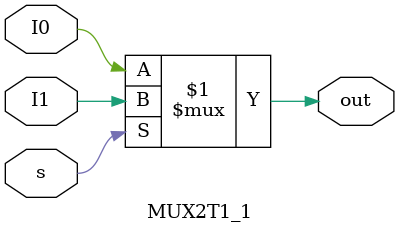
<source format=v>
`timescale 1ns / 1ps


module MUX2T1_1(
    I0,
    I1,
    s,
    out
    );
    input I0;
    input I1;
    input s;
    output out;
    assign out = s ? I1:I0;
endmodule

</source>
